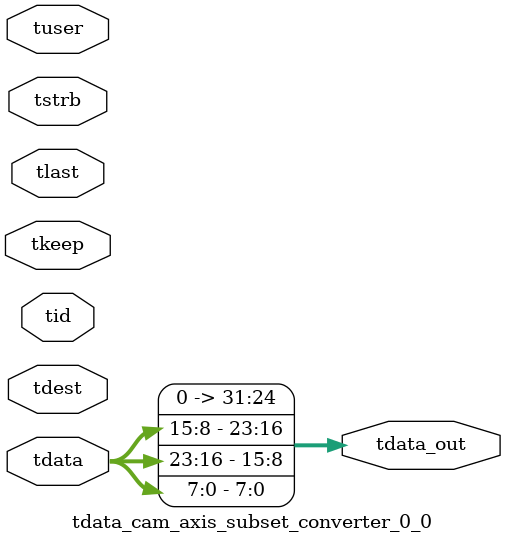
<source format=v>


`timescale 1ps/1ps

module tdata_cam_axis_subset_converter_0_0 #
(
parameter C_S_AXIS_TDATA_WIDTH = 32,
parameter C_S_AXIS_TUSER_WIDTH = 0,
parameter C_S_AXIS_TID_WIDTH   = 0,
parameter C_S_AXIS_TDEST_WIDTH = 0,
parameter C_M_AXIS_TDATA_WIDTH = 32
)
(
input  [(C_S_AXIS_TDATA_WIDTH == 0 ? 1 : C_S_AXIS_TDATA_WIDTH)-1:0     ] tdata,
input  [(C_S_AXIS_TUSER_WIDTH == 0 ? 1 : C_S_AXIS_TUSER_WIDTH)-1:0     ] tuser,
input  [(C_S_AXIS_TID_WIDTH   == 0 ? 1 : C_S_AXIS_TID_WIDTH)-1:0       ] tid,
input  [(C_S_AXIS_TDEST_WIDTH == 0 ? 1 : C_S_AXIS_TDEST_WIDTH)-1:0     ] tdest,
input  [(C_S_AXIS_TDATA_WIDTH/8)-1:0 ] tkeep,
input  [(C_S_AXIS_TDATA_WIDTH/8)-1:0 ] tstrb,
input                                                                    tlast,
output [C_M_AXIS_TDATA_WIDTH-1:0] tdata_out
);

assign tdata_out = {tdata[15:8],tdata[23:16],tdata[7:0]};

endmodule


</source>
